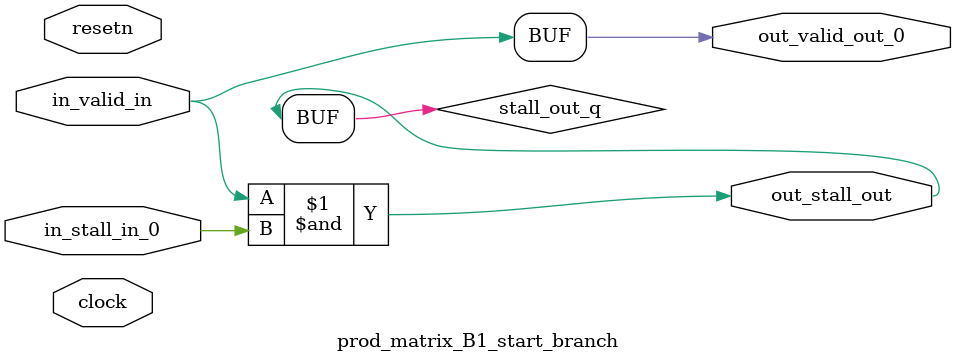
<source format=sv>



(* altera_attribute = "-name AUTO_SHIFT_REGISTER_RECOGNITION OFF; -name MESSAGE_DISABLE 10036; -name MESSAGE_DISABLE 10037; -name MESSAGE_DISABLE 14130; -name MESSAGE_DISABLE 14320; -name MESSAGE_DISABLE 15400; -name MESSAGE_DISABLE 14130; -name MESSAGE_DISABLE 10036; -name MESSAGE_DISABLE 12020; -name MESSAGE_DISABLE 12030; -name MESSAGE_DISABLE 12010; -name MESSAGE_DISABLE 12110; -name MESSAGE_DISABLE 14320; -name MESSAGE_DISABLE 13410; -name MESSAGE_DISABLE 113007; -name MESSAGE_DISABLE 10958" *)
module prod_matrix_B1_start_branch (
    input wire [0:0] in_stall_in_0,
    input wire [0:0] in_valid_in,
    output wire [0:0] out_stall_out,
    output wire [0:0] out_valid_out_0,
    input wire clock,
    input wire resetn
    );

    wire [0:0] stall_out_q;


    // stall_out(LOGICAL,6)
    assign stall_out_q = in_valid_in & in_stall_in_0;

    // out_stall_out(GPOUT,4)
    assign out_stall_out = stall_out_q;

    // out_valid_out_0(GPOUT,5)
    assign out_valid_out_0 = in_valid_in;

endmodule

</source>
